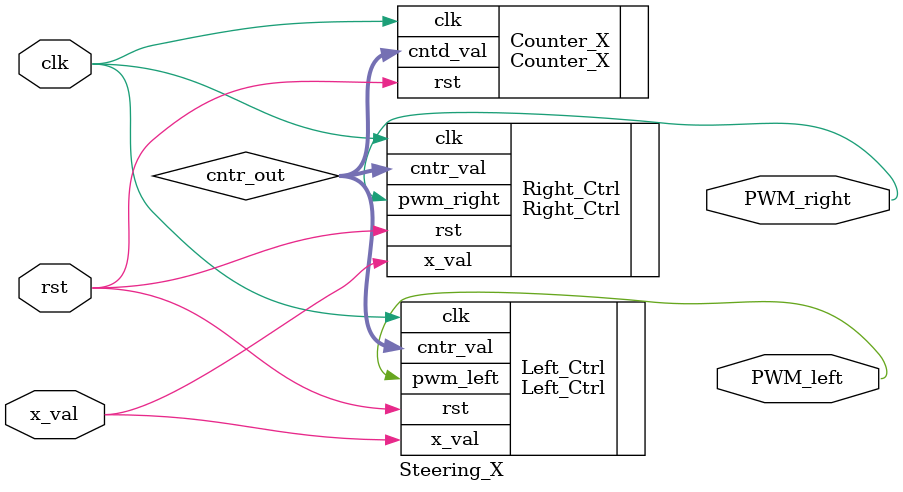
<source format=sv>
`timescale 1ns / 1ps


module Steering_X(
    input clk,
    input rst,
    input x_val,
    output PWM_right,
    output PWM_left
    );

    wire [11:0] cntr_out;

    Left_Ctrl Left_Ctrl(
    .clk(clk),
    .rst(rst),
    .cntr_val(cntr_out),
    .x_val(x_val),
    .pwm_left(PWM_left)
    );

    Right_Ctrl Right_Ctrl(
    .clk(clk),
    .rst(rst),
    .cntr_val(cntr_out),
    .x_val(x_val),
    .pwm_right(PWM_right)
    );

    Counter_X Counter_X(
    .clk(clk),
    .rst(rst),
    .cntd_val(cntr_out)
    );

endmodule
</source>
